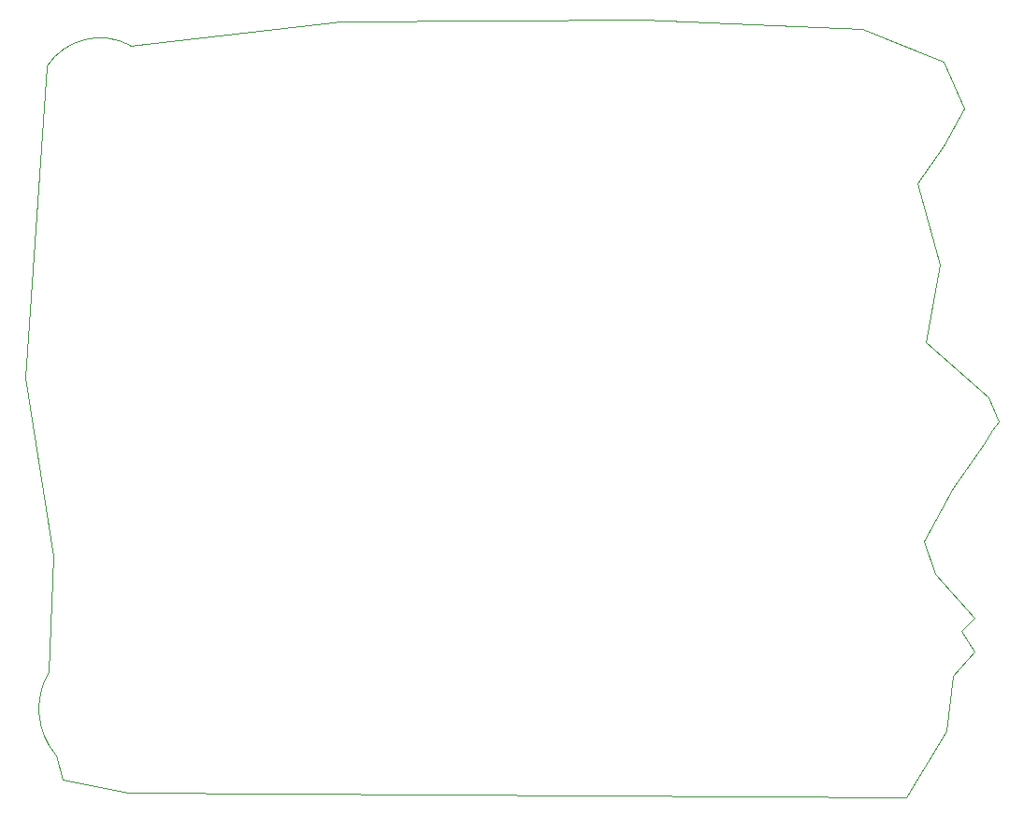
<source format=gbr>
%TF.GenerationSoftware,KiCad,Pcbnew,(6.0.10)*%
%TF.CreationDate,2023-04-15T00:37:08-04:00*%
%TF.ProjectId,pwm_pcb_larger,70776d5f-7063-4625-9f6c-61726765722e,rev?*%
%TF.SameCoordinates,Original*%
%TF.FileFunction,Profile,NP*%
%FSLAX46Y46*%
G04 Gerber Fmt 4.6, Leading zero omitted, Abs format (unit mm)*
G04 Created by KiCad (PCBNEW (6.0.10)) date 2023-04-15 00:37:08*
%MOMM*%
%LPD*%
G01*
G04 APERTURE LIST*
%TA.AperFunction,Profile*%
%ADD10C,0.100000*%
%TD*%
G04 APERTURE END LIST*
D10*
X94742000Y-117602000D02*
X165200000Y-118000000D01*
X88800000Y-116400000D02*
X94742000Y-117602000D01*
X172600000Y-81800000D02*
X173600000Y-84000000D01*
X170400000Y-55600000D02*
X168600000Y-59000000D01*
X168800000Y-112000000D02*
X165200000Y-118000000D01*
X173000000Y-84800000D02*
X172200000Y-86000000D01*
X166200000Y-62400000D02*
X168200000Y-69800000D01*
X171400000Y-101800000D02*
X170200000Y-103000000D01*
X169400000Y-107000000D02*
X168800000Y-112000000D01*
X94943202Y-49925077D02*
X114000000Y-47800000D01*
X171400000Y-104800000D02*
X169400000Y-107000000D01*
X167800000Y-97800000D02*
X171400000Y-101800000D01*
X85400000Y-80000000D02*
X87400000Y-51800000D01*
X88000000Y-96200000D02*
X85400000Y-80000000D01*
X172200000Y-86000000D02*
X169400000Y-90000000D01*
X141400000Y-47600000D02*
X161200000Y-48400000D01*
X168600000Y-59000000D02*
X166200000Y-62400000D01*
X114000000Y-47800000D02*
X141400000Y-47600000D01*
X169400000Y-90000000D02*
X166800000Y-94800000D01*
X87571629Y-106689194D02*
X88000000Y-96200000D01*
X173600000Y-84000000D02*
X173000000Y-84800000D01*
X166800000Y-94800000D02*
X167800000Y-97800000D01*
X87571629Y-106689194D02*
G75*
G03*
X88200000Y-114200000I5628371J-3310806D01*
G01*
X161200000Y-48400000D02*
X168600000Y-51400000D01*
X168600000Y-51400000D02*
X170400000Y-55600000D01*
X168200000Y-69800000D02*
X167000000Y-76800000D01*
X167000000Y-76800000D02*
X172600000Y-81800000D01*
X88800000Y-116400000D02*
X88200000Y-114200000D01*
X170200000Y-103000000D02*
X171400000Y-104800000D01*
X94943202Y-49925077D02*
G75*
G03*
X87400000Y-51800000I-2743202J-5074923D01*
G01*
M02*

</source>
